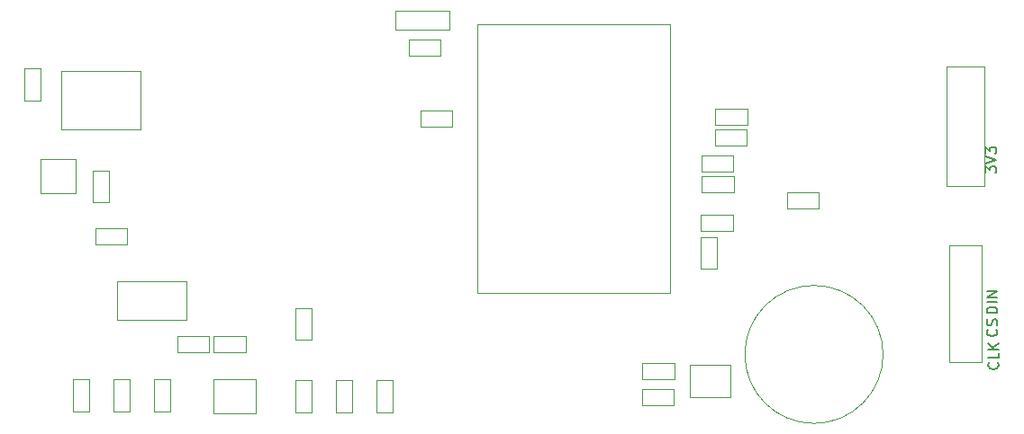
<source format=gbr>
G04 #@! TF.GenerationSoftware,KiCad,Pcbnew,(5.1.4)-1*
G04 #@! TF.CreationDate,2019-12-25T11:40:05+08:00*
G04 #@! TF.ProjectId,matrix_control_main,6d617472-6978-45f6-936f-6e74726f6c5f,rev?*
G04 #@! TF.SameCoordinates,Original*
G04 #@! TF.FileFunction,Other,User*
%FSLAX46Y46*%
G04 Gerber Fmt 4.6, Leading zero omitted, Abs format (unit mm)*
G04 Created by KiCad (PCBNEW (5.1.4)-1) date 2019-12-25 11:40:05*
%MOMM*%
%LPD*%
G04 APERTURE LIST*
%ADD10C,0.150000*%
%ADD11C,0.050000*%
G04 APERTURE END LIST*
D10*
X175870620Y-95776895D02*
X175870620Y-95157847D01*
X176251573Y-95491180D01*
X176251573Y-95348323D01*
X176299192Y-95253085D01*
X176346811Y-95205466D01*
X176442049Y-95157847D01*
X176680144Y-95157847D01*
X176775382Y-95205466D01*
X176823001Y-95253085D01*
X176870620Y-95348323D01*
X176870620Y-95634038D01*
X176823001Y-95729276D01*
X176775382Y-95776895D01*
X175870620Y-94872133D02*
X176870620Y-94538800D01*
X175870620Y-94205466D01*
X175870620Y-93967371D02*
X175870620Y-93348323D01*
X176251573Y-93681657D01*
X176251573Y-93538800D01*
X176299192Y-93443561D01*
X176346811Y-93395942D01*
X176442049Y-93348323D01*
X176680144Y-93348323D01*
X176775382Y-93395942D01*
X176823001Y-93443561D01*
X176870620Y-93538800D01*
X176870620Y-93824514D01*
X176823001Y-93919752D01*
X176775382Y-93967371D01*
X176984920Y-108978889D02*
X175984920Y-108978889D01*
X175984920Y-108740794D01*
X176032540Y-108597937D01*
X176127778Y-108502699D01*
X176223016Y-108455080D01*
X176413492Y-108407460D01*
X176556349Y-108407460D01*
X176746825Y-108455080D01*
X176842063Y-108502699D01*
X176937301Y-108597937D01*
X176984920Y-108740794D01*
X176984920Y-108978889D01*
X176984920Y-107978889D02*
X175984920Y-107978889D01*
X176984920Y-107502699D02*
X175984920Y-107502699D01*
X176984920Y-106931270D01*
X175984920Y-106931270D01*
X176889682Y-110532206D02*
X176937301Y-110579825D01*
X176984920Y-110722682D01*
X176984920Y-110817920D01*
X176937301Y-110960778D01*
X176842063Y-111056016D01*
X176746825Y-111103635D01*
X176556349Y-111151254D01*
X176413492Y-111151254D01*
X176223016Y-111103635D01*
X176127778Y-111056016D01*
X176032540Y-110960778D01*
X175984920Y-110817920D01*
X175984920Y-110722682D01*
X176032540Y-110579825D01*
X176080159Y-110532206D01*
X176937301Y-110151254D02*
X176984920Y-110008397D01*
X176984920Y-109770301D01*
X176937301Y-109675063D01*
X176889682Y-109627444D01*
X176794444Y-109579825D01*
X176699206Y-109579825D01*
X176603968Y-109627444D01*
X176556349Y-109675063D01*
X176508730Y-109770301D01*
X176461111Y-109960778D01*
X176413492Y-110056016D01*
X176365873Y-110103635D01*
X176270635Y-110151254D01*
X176175397Y-110151254D01*
X176080159Y-110103635D01*
X176032540Y-110056016D01*
X175984920Y-109960778D01*
X175984920Y-109722682D01*
X176032540Y-109579825D01*
X177011602Y-113640478D02*
X177059221Y-113688097D01*
X177106840Y-113830954D01*
X177106840Y-113926192D01*
X177059221Y-114069049D01*
X176963983Y-114164287D01*
X176868745Y-114211906D01*
X176678269Y-114259525D01*
X176535412Y-114259525D01*
X176344936Y-114211906D01*
X176249698Y-114164287D01*
X176154460Y-114069049D01*
X176106840Y-113926192D01*
X176106840Y-113830954D01*
X176154460Y-113688097D01*
X176202079Y-113640478D01*
X177106840Y-112735716D02*
X177106840Y-113211906D01*
X176106840Y-113211906D01*
X177106840Y-112402382D02*
X176106840Y-112402382D01*
X177106840Y-111830954D02*
X176535412Y-112259525D01*
X176106840Y-111830954D02*
X176678269Y-112402382D01*
D11*
X88960000Y-86150000D02*
X88960000Y-91650000D01*
X96460000Y-86150000D02*
X96460000Y-91650000D01*
X88960000Y-86150000D02*
X96460000Y-86150000D01*
X88960000Y-91650000D02*
X96460000Y-91650000D01*
X87062040Y-94472960D02*
X90362040Y-94472960D01*
X90362040Y-94472960D02*
X90362040Y-97672960D01*
X90362040Y-97672960D02*
X87062040Y-97672960D01*
X87062040Y-97672960D02*
X87062040Y-94472960D01*
X172490000Y-102640000D02*
X172490000Y-113640000D01*
X172490000Y-113640000D02*
X175490000Y-113640000D01*
X175490000Y-113640000D02*
X175490000Y-102640000D01*
X175490000Y-102640000D02*
X172490000Y-102640000D01*
X149175340Y-95677420D02*
X149175340Y-94177420D01*
X152175340Y-95677420D02*
X152175340Y-94177420D01*
X152175340Y-94177420D02*
X149175340Y-94177420D01*
X152175340Y-95677420D02*
X149175340Y-95677420D01*
X152183380Y-97572260D02*
X149183380Y-97572260D01*
X152183380Y-96072260D02*
X149183380Y-96072260D01*
X152183380Y-97572260D02*
X152183380Y-96072260D01*
X149183380Y-97572260D02*
X149183380Y-96072260D01*
X85538880Y-85932300D02*
X87038880Y-85932300D01*
X85538880Y-88932300D02*
X87038880Y-88932300D01*
X87038880Y-88932300D02*
X87038880Y-85932300D01*
X85538880Y-88932300D02*
X85538880Y-85932300D01*
X111010000Y-111500000D02*
X111010000Y-108500000D01*
X112510000Y-111500000D02*
X112510000Y-108500000D01*
X111010000Y-111500000D02*
X112510000Y-111500000D01*
X111010000Y-108500000D02*
X112510000Y-108500000D01*
X150610000Y-104820000D02*
X149110000Y-104820000D01*
X150610000Y-101820000D02*
X149110000Y-101820000D01*
X149110000Y-101820000D02*
X149110000Y-104820000D01*
X150610000Y-101820000D02*
X150610000Y-104820000D01*
X150445340Y-93193300D02*
X150445340Y-91693300D01*
X153445340Y-93193300D02*
X153445340Y-91693300D01*
X153445340Y-91693300D02*
X150445340Y-91693300D01*
X153445340Y-93193300D02*
X150445340Y-93193300D01*
X153470740Y-91229880D02*
X150470740Y-91229880D01*
X153470740Y-89729880D02*
X150470740Y-89729880D01*
X153470740Y-91229880D02*
X153470740Y-89729880D01*
X150470740Y-91229880D02*
X150470740Y-89729880D01*
X103328340Y-111157320D02*
X106328340Y-111157320D01*
X103328340Y-112657320D02*
X106328340Y-112657320D01*
X103328340Y-111157320D02*
X103328340Y-112657320D01*
X106328340Y-111157320D02*
X106328340Y-112657320D01*
X99863780Y-111157320D02*
X102863780Y-111157320D01*
X99863780Y-112657320D02*
X102863780Y-112657320D01*
X99863780Y-111157320D02*
X99863780Y-112657320D01*
X102863780Y-111157320D02*
X102863780Y-112657320D01*
X128110000Y-81780000D02*
X146210000Y-81780000D01*
X146210000Y-81780000D02*
X146210000Y-107080000D01*
X146210000Y-107080000D02*
X128110000Y-107080000D01*
X128110000Y-107080000D02*
X128110000Y-81780000D01*
X122744100Y-91438160D02*
X122744100Y-89938160D01*
X125744100Y-91438160D02*
X125744100Y-89938160D01*
X125744100Y-89938160D02*
X122744100Y-89938160D01*
X125744100Y-91438160D02*
X122744100Y-91438160D01*
X95164620Y-102504940D02*
X92164620Y-102504940D01*
X95164620Y-101004940D02*
X92164620Y-101004940D01*
X95164620Y-102504940D02*
X95164620Y-101004940D01*
X92164620Y-102504940D02*
X92164620Y-101004940D01*
X91954920Y-98563980D02*
X91954920Y-95563980D01*
X93454920Y-98563980D02*
X93454920Y-95563980D01*
X91954920Y-98563980D02*
X93454920Y-98563980D01*
X91954920Y-95563980D02*
X93454920Y-95563980D01*
X91620000Y-115230000D02*
X91620000Y-118230000D01*
X90120000Y-115230000D02*
X90120000Y-118230000D01*
X91620000Y-115230000D02*
X90120000Y-115230000D01*
X91620000Y-118230000D02*
X90120000Y-118230000D01*
X95430000Y-115230000D02*
X95430000Y-118230000D01*
X93930000Y-115230000D02*
X93930000Y-118230000D01*
X95430000Y-115230000D02*
X93930000Y-115230000D01*
X95430000Y-118230000D02*
X93930000Y-118230000D01*
X97740000Y-115230000D02*
X99240000Y-115230000D01*
X97740000Y-118230000D02*
X99240000Y-118230000D01*
X99240000Y-118230000D02*
X99240000Y-115230000D01*
X97740000Y-118230000D02*
X97740000Y-115230000D01*
X112510000Y-118340000D02*
X111010000Y-118340000D01*
X112510000Y-115340000D02*
X111010000Y-115340000D01*
X111010000Y-115340000D02*
X111010000Y-118340000D01*
X112510000Y-115340000D02*
X112510000Y-118340000D01*
X116320000Y-115340000D02*
X116320000Y-118340000D01*
X114820000Y-115340000D02*
X114820000Y-118340000D01*
X116320000Y-115340000D02*
X114820000Y-115340000D01*
X116320000Y-118340000D02*
X114820000Y-118340000D01*
X120130000Y-118340000D02*
X118630000Y-118340000D01*
X120130000Y-115340000D02*
X118630000Y-115340000D01*
X118630000Y-115340000D02*
X118630000Y-118340000D01*
X120130000Y-115340000D02*
X120130000Y-118340000D01*
X166243140Y-112885860D02*
G75*
G03X166243140Y-112885860I-6500000J0D01*
G01*
X125455240Y-82310500D02*
X120355240Y-82310500D01*
X120355240Y-82310500D02*
X120355240Y-80503500D01*
X120355240Y-80503500D02*
X125455240Y-80503500D01*
X125455240Y-80503500D02*
X125455240Y-82310500D01*
X151917080Y-116914900D02*
X148067080Y-116914900D01*
X148067080Y-116914900D02*
X148067080Y-113894900D01*
X148067080Y-113894900D02*
X151917080Y-113894900D01*
X151917080Y-113894900D02*
X151917080Y-116914900D01*
X143595380Y-113689700D02*
X146595380Y-113689700D01*
X143595380Y-115189700D02*
X146595380Y-115189700D01*
X143595380Y-113689700D02*
X143595380Y-115189700D01*
X146595380Y-113689700D02*
X146595380Y-115189700D01*
X143551360Y-117635720D02*
X143551360Y-116135720D01*
X146551360Y-117635720D02*
X146551360Y-116135720D01*
X146551360Y-116135720D02*
X143551360Y-116135720D01*
X146551360Y-117635720D02*
X143551360Y-117635720D01*
X124664600Y-84737640D02*
X121664600Y-84737640D01*
X124664600Y-83237640D02*
X121664600Y-83237640D01*
X124664600Y-84737640D02*
X124664600Y-83237640D01*
X121664600Y-84737640D02*
X121664600Y-83237640D01*
X157214440Y-99126740D02*
X157214440Y-97626740D01*
X160214440Y-99126740D02*
X160214440Y-97626740D01*
X160214440Y-97626740D02*
X157214440Y-97626740D01*
X160214440Y-99126740D02*
X157214440Y-99126740D01*
X152114380Y-101237480D02*
X149114380Y-101237480D01*
X152114380Y-99737480D02*
X149114380Y-99737480D01*
X152114380Y-101237480D02*
X152114380Y-99737480D01*
X149114380Y-101237480D02*
X149114380Y-99737480D01*
X175802700Y-96981420D02*
X175802700Y-85781420D01*
X175802700Y-85781420D02*
X172202700Y-85781420D01*
X172202700Y-85781420D02*
X172202700Y-96981420D01*
X172202700Y-96981420D02*
X175802700Y-96981420D01*
X94190820Y-105999280D02*
X94190820Y-109599280D01*
X100764340Y-106017060D02*
X100761800Y-109611980D01*
X94190820Y-106017920D02*
X100761800Y-106017920D01*
X94190820Y-109617920D02*
X100761800Y-109617920D01*
X103308400Y-115257780D02*
X107308400Y-115257780D01*
X107308400Y-115257780D02*
X107308400Y-118457780D01*
X107308400Y-118457780D02*
X103308400Y-118457780D01*
X103308400Y-118457780D02*
X103308400Y-115257780D01*
M02*

</source>
